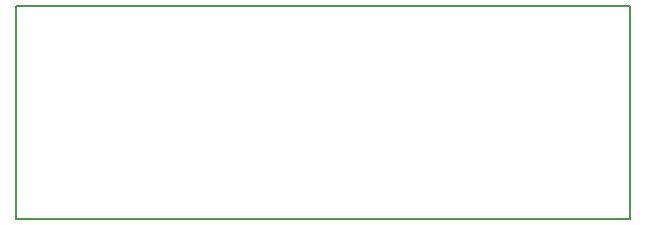
<source format=gbr>
G04 DipTrace 3.0.0.2*
G04 BoardOutline.gbr*
%MOMM*%
G04 #@! TF.FileFunction,Profile*
G04 #@! TF.Part,Single*
%ADD11C,0.14*%
%FSLAX35Y35*%
G04*
G71*
G90*
G75*
G01*
G04 BoardOutline*
%LPD*%
X0Y0D2*
D11*
X5200000D1*
Y1800000D1*
X0D1*
Y0D1*
M02*

</source>
